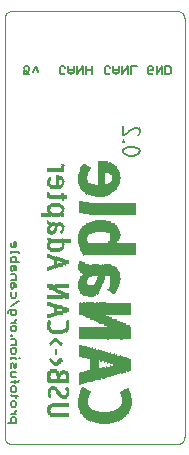
<source format=gbo>
G75*
%MOIN*%
%OFA0B0*%
%FSLAX25Y25*%
%IPPOS*%
%LPD*%
%AMOC8*
5,1,8,0,0,1.08239X$1,22.5*
%
%ADD10C,0.00000*%
%ADD11C,0.00500*%
%ADD12R,0.00286X0.01140*%
%ADD13R,0.00285X0.01140*%
%ADD14R,0.00286X0.02280*%
%ADD15R,0.00286X0.03140*%
%ADD16R,0.00286X0.02570*%
%ADD17R,0.00286X0.01430*%
%ADD18R,0.00286X0.01420*%
%ADD19R,0.00286X0.01710*%
%ADD20R,0.00286X0.00860*%
%ADD21R,0.00286X0.02000*%
%ADD22R,0.00286X0.02860*%
%ADD23R,0.00286X0.03720*%
%ADD24R,0.00286X0.03430*%
%ADD25R,0.00286X0.02570*%
%ADD26R,0.00286X0.01150*%
%ADD27R,0.00286X0.03710*%
%ADD28R,0.00286X0.02290*%
%ADD29R,0.00285X0.03430*%
%ADD30R,0.00285X0.04000*%
%ADD31R,0.00285X0.00290*%
%ADD32R,0.00285X0.00280*%
%ADD33R,0.00285X0.03720*%
%ADD34R,0.00285X0.01430*%
%ADD35R,0.00285X0.01720*%
%ADD36R,0.00285X0.04290*%
%ADD37R,0.00285X0.02000*%
%ADD38R,0.00286X0.01720*%
%ADD39R,0.00286X0.00580*%
%ADD40R,0.00286X0.00280*%
%ADD41R,0.00286X0.01140*%
%ADD42R,0.00286X0.00570*%
%ADD43R,0.00285X0.01420*%
%ADD44R,0.00285X0.01150*%
%ADD45R,0.00286X0.04000*%
%ADD46R,0.00286X0.04290*%
%ADD47R,0.00285X0.02290*%
%ADD48R,0.00285X0.02570*%
%ADD49R,0.00285X0.01140*%
%ADD50R,0.00286X0.04570*%
%ADD51R,0.00285X0.02280*%
%ADD52R,0.00285X0.01710*%
%ADD53R,0.00285X0.04570*%
%ADD54R,0.00286X0.01720*%
%ADD55R,0.00286X0.02850*%
%ADD56R,0.00285X0.03140*%
%ADD57R,0.00285X0.02860*%
%ADD58R,0.00286X0.00570*%
%ADD59R,0.00286X0.00850*%
%ADD60R,0.00286X0.03420*%
%ADD61R,0.00285X0.05430*%
%ADD62R,0.00285X0.03710*%
%ADD63R,0.00285X0.05140*%
%ADD64R,0.00285X0.04860*%
%ADD65R,0.00286X0.06850*%
%ADD66R,0.00286X0.05140*%
%ADD67R,0.00286X0.06570*%
%ADD68R,0.00286X0.06280*%
%ADD69R,0.00286X0.08000*%
%ADD70R,0.00286X0.05710*%
%ADD71R,0.00286X0.07430*%
%ADD72R,0.00286X0.07150*%
%ADD73R,0.00285X0.08860*%
%ADD74R,0.00285X0.06290*%
%ADD75R,0.00285X0.08000*%
%ADD76R,0.00285X0.07710*%
%ADD77R,0.00286X0.09430*%
%ADD78R,0.00286X0.04280*%
%ADD79R,0.00286X0.09150*%
%ADD80R,0.00286X0.08570*%
%ADD81R,0.00286X0.09710*%
%ADD82R,0.00286X0.04570*%
%ADD83R,0.00286X0.11150*%
%ADD84R,0.00286X0.09720*%
%ADD85R,0.00286X0.03720*%
%ADD86R,0.00286X0.09140*%
%ADD87R,0.00286X0.10000*%
%ADD88R,0.00285X0.10000*%
%ADD89R,0.00285X0.04280*%
%ADD90R,0.00285X0.10570*%
%ADD91R,0.00285X0.10290*%
%ADD92R,0.00285X0.09720*%
%ADD93R,0.00286X0.04860*%
%ADD94R,0.00286X0.10570*%
%ADD95R,0.00285X0.03150*%
%ADD96R,0.00286X0.05430*%
%ADD97R,0.00286X0.04580*%
%ADD98R,0.00286X0.11430*%
%ADD99R,0.00286X0.05720*%
%ADD100R,0.00285X0.11430*%
%ADD101R,0.00285X0.05720*%
%ADD102R,0.00286X0.06000*%
%ADD103R,0.00285X0.10860*%
%ADD104R,0.00285X0.06000*%
%ADD105R,0.00286X0.10860*%
%ADD106R,0.00286X0.06290*%
%ADD107R,0.00286X0.10280*%
%ADD108R,0.00286X0.06570*%
%ADD109R,0.00285X0.10280*%
%ADD110R,0.00285X0.06570*%
%ADD111R,0.00285X0.05710*%
%ADD112R,0.00286X0.06860*%
%ADD113R,0.00286X0.11720*%
%ADD114R,0.00285X0.07140*%
%ADD115R,0.00285X0.11720*%
%ADD116R,0.00286X0.07140*%
%ADD117R,0.00285X0.07430*%
%ADD118R,0.00286X0.07720*%
%ADD119R,0.00285X0.03420*%
%ADD120R,0.00286X0.07720*%
%ADD121R,0.00286X0.05150*%
%ADD122R,0.00285X0.07150*%
%ADD123R,0.00285X0.09430*%
%ADD124R,0.00286X0.09420*%
%ADD125R,0.00286X0.08850*%
%ADD126R,0.00285X0.06860*%
%ADD127R,0.00285X0.06570*%
%ADD128R,0.00285X0.08290*%
%ADD129R,0.00286X0.07710*%
%ADD130R,0.00285X0.06280*%
%ADD131R,0.00286X0.05720*%
%ADD132R,0.00285X0.05720*%
%ADD133R,0.00285X0.09140*%
%ADD134R,0.00285X0.03140*%
%ADD135R,0.00286X0.09140*%
%ADD136R,0.00286X0.08860*%
%ADD137R,0.00286X0.04850*%
%ADD138R,0.00285X0.00570*%
%ADD139R,0.00285X0.00570*%
%ADD140R,0.00285X0.00860*%
%ADD141R,0.00286X0.08570*%
%ADD142R,0.00285X0.00850*%
%ADD143R,0.00285X0.02570*%
D10*
X0032595Y0027058D02*
X0032595Y0166433D01*
X0032597Y0166531D01*
X0032603Y0166629D01*
X0032612Y0166727D01*
X0032626Y0166824D01*
X0032643Y0166921D01*
X0032664Y0167017D01*
X0032689Y0167112D01*
X0032717Y0167206D01*
X0032750Y0167298D01*
X0032785Y0167390D01*
X0032825Y0167480D01*
X0032867Y0167568D01*
X0032914Y0167655D01*
X0032963Y0167739D01*
X0033016Y0167822D01*
X0033072Y0167902D01*
X0033132Y0167981D01*
X0033194Y0168057D01*
X0033259Y0168130D01*
X0033327Y0168201D01*
X0033398Y0168269D01*
X0033471Y0168334D01*
X0033547Y0168396D01*
X0033626Y0168456D01*
X0033706Y0168512D01*
X0033789Y0168565D01*
X0033873Y0168614D01*
X0033960Y0168661D01*
X0034048Y0168703D01*
X0034138Y0168743D01*
X0034230Y0168778D01*
X0034322Y0168811D01*
X0034416Y0168839D01*
X0034511Y0168864D01*
X0034607Y0168885D01*
X0034704Y0168902D01*
X0034801Y0168916D01*
X0034899Y0168925D01*
X0034997Y0168931D01*
X0035095Y0168933D01*
X0090095Y0168933D01*
X0090193Y0168931D01*
X0090291Y0168925D01*
X0090389Y0168916D01*
X0090486Y0168902D01*
X0090583Y0168885D01*
X0090679Y0168864D01*
X0090774Y0168839D01*
X0090868Y0168811D01*
X0090960Y0168778D01*
X0091052Y0168743D01*
X0091142Y0168703D01*
X0091230Y0168661D01*
X0091317Y0168614D01*
X0091401Y0168565D01*
X0091484Y0168512D01*
X0091564Y0168456D01*
X0091643Y0168396D01*
X0091719Y0168334D01*
X0091792Y0168269D01*
X0091863Y0168201D01*
X0091931Y0168130D01*
X0091996Y0168057D01*
X0092058Y0167981D01*
X0092118Y0167902D01*
X0092174Y0167822D01*
X0092227Y0167739D01*
X0092276Y0167655D01*
X0092323Y0167568D01*
X0092365Y0167480D01*
X0092405Y0167390D01*
X0092440Y0167298D01*
X0092473Y0167206D01*
X0092501Y0167112D01*
X0092526Y0167017D01*
X0092547Y0166921D01*
X0092564Y0166824D01*
X0092578Y0166727D01*
X0092587Y0166629D01*
X0092593Y0166531D01*
X0092595Y0166433D01*
X0092595Y0027058D01*
X0092593Y0026960D01*
X0092587Y0026862D01*
X0092578Y0026764D01*
X0092564Y0026667D01*
X0092547Y0026570D01*
X0092526Y0026474D01*
X0092501Y0026379D01*
X0092473Y0026285D01*
X0092440Y0026193D01*
X0092405Y0026101D01*
X0092365Y0026011D01*
X0092323Y0025923D01*
X0092276Y0025836D01*
X0092227Y0025752D01*
X0092174Y0025669D01*
X0092118Y0025589D01*
X0092058Y0025510D01*
X0091996Y0025434D01*
X0091931Y0025361D01*
X0091863Y0025290D01*
X0091792Y0025222D01*
X0091719Y0025157D01*
X0091643Y0025095D01*
X0091564Y0025035D01*
X0091484Y0024979D01*
X0091401Y0024926D01*
X0091317Y0024877D01*
X0091230Y0024830D01*
X0091142Y0024788D01*
X0091052Y0024748D01*
X0090960Y0024713D01*
X0090868Y0024680D01*
X0090774Y0024652D01*
X0090679Y0024627D01*
X0090583Y0024606D01*
X0090486Y0024589D01*
X0090389Y0024575D01*
X0090291Y0024566D01*
X0090193Y0024560D01*
X0090095Y0024558D01*
X0035095Y0024558D01*
X0034997Y0024560D01*
X0034899Y0024566D01*
X0034801Y0024575D01*
X0034704Y0024589D01*
X0034607Y0024606D01*
X0034511Y0024627D01*
X0034416Y0024652D01*
X0034322Y0024680D01*
X0034230Y0024713D01*
X0034138Y0024748D01*
X0034048Y0024788D01*
X0033960Y0024830D01*
X0033873Y0024877D01*
X0033789Y0024926D01*
X0033706Y0024979D01*
X0033626Y0025035D01*
X0033547Y0025095D01*
X0033471Y0025157D01*
X0033398Y0025222D01*
X0033327Y0025290D01*
X0033259Y0025361D01*
X0033194Y0025434D01*
X0033132Y0025510D01*
X0033072Y0025589D01*
X0033016Y0025669D01*
X0032963Y0025752D01*
X0032914Y0025836D01*
X0032867Y0025923D01*
X0032825Y0026011D01*
X0032785Y0026101D01*
X0032750Y0026193D01*
X0032717Y0026285D01*
X0032689Y0026379D01*
X0032664Y0026474D01*
X0032643Y0026570D01*
X0032626Y0026667D01*
X0032612Y0026764D01*
X0032603Y0026862D01*
X0032597Y0026960D01*
X0032595Y0027058D01*
D11*
X0033819Y0031683D02*
X0036522Y0031683D01*
X0036522Y0033034D01*
X0036071Y0033485D01*
X0035171Y0033485D01*
X0034720Y0033034D01*
X0034720Y0031683D01*
X0034720Y0034630D02*
X0036522Y0034630D01*
X0036522Y0035530D02*
X0036522Y0035981D01*
X0036522Y0035530D02*
X0035621Y0034630D01*
X0036071Y0037085D02*
X0035171Y0037085D01*
X0034720Y0037535D01*
X0034720Y0038436D01*
X0035171Y0038887D01*
X0036071Y0038887D01*
X0036522Y0038436D01*
X0036522Y0037535D01*
X0036071Y0037085D01*
X0036522Y0040032D02*
X0036522Y0040932D01*
X0036972Y0040482D02*
X0035171Y0040482D01*
X0034720Y0040932D01*
X0035171Y0041996D02*
X0034720Y0042446D01*
X0034720Y0043347D01*
X0035171Y0043797D01*
X0036071Y0043797D01*
X0036522Y0043347D01*
X0036522Y0042446D01*
X0036071Y0041996D01*
X0035171Y0041996D01*
X0036071Y0044942D02*
X0036071Y0045843D01*
X0036972Y0045393D02*
X0034720Y0045393D01*
X0035171Y0046907D02*
X0034720Y0047357D01*
X0034720Y0048708D01*
X0036522Y0048708D01*
X0036071Y0049853D02*
X0035621Y0050304D01*
X0035621Y0051204D01*
X0035171Y0051655D01*
X0034720Y0051204D01*
X0034720Y0049853D01*
X0036071Y0049853D02*
X0036522Y0050304D01*
X0036522Y0051655D01*
X0036522Y0052800D02*
X0036522Y0053250D01*
X0034720Y0053250D01*
X0034720Y0052800D02*
X0034720Y0053701D01*
X0035171Y0054764D02*
X0034720Y0055215D01*
X0034720Y0056115D01*
X0035171Y0056566D01*
X0036071Y0056566D01*
X0036522Y0056115D01*
X0036522Y0055215D01*
X0036071Y0054764D01*
X0035171Y0054764D01*
X0034720Y0057711D02*
X0036522Y0057711D01*
X0036522Y0059062D01*
X0036071Y0059512D01*
X0034720Y0059512D01*
X0034720Y0060657D02*
X0034720Y0061108D01*
X0035171Y0061108D01*
X0035171Y0060657D01*
X0034720Y0060657D01*
X0035171Y0062130D02*
X0034720Y0062581D01*
X0034720Y0063482D01*
X0035171Y0063932D01*
X0036071Y0063932D01*
X0036522Y0063482D01*
X0036522Y0062581D01*
X0036071Y0062130D01*
X0035171Y0062130D01*
X0035621Y0065077D02*
X0036522Y0065978D01*
X0036522Y0066428D01*
X0036071Y0067532D02*
X0035171Y0067532D01*
X0034720Y0067983D01*
X0034720Y0069334D01*
X0034270Y0069334D02*
X0036522Y0069334D01*
X0036522Y0067983D01*
X0036071Y0067532D01*
X0033819Y0068433D02*
X0033819Y0068884D01*
X0034270Y0069334D01*
X0034720Y0070479D02*
X0037422Y0072280D01*
X0036071Y0073425D02*
X0036522Y0073876D01*
X0036522Y0075227D01*
X0036522Y0076822D02*
X0036522Y0077723D01*
X0036071Y0078173D01*
X0034720Y0078173D01*
X0034720Y0076822D01*
X0035171Y0076372D01*
X0035621Y0076822D01*
X0035621Y0078173D01*
X0034720Y0079318D02*
X0036522Y0079318D01*
X0036522Y0080670D01*
X0036071Y0081120D01*
X0034720Y0081120D01*
X0035171Y0082265D02*
X0034720Y0082715D01*
X0034720Y0084066D01*
X0036071Y0084066D01*
X0036522Y0083616D01*
X0036522Y0082715D01*
X0035621Y0082715D02*
X0035621Y0084066D01*
X0035621Y0082715D02*
X0035171Y0082265D01*
X0034720Y0085211D02*
X0034720Y0086563D01*
X0035171Y0087013D01*
X0036071Y0087013D01*
X0036522Y0086563D01*
X0036522Y0085211D01*
X0037422Y0085211D02*
X0034720Y0085211D01*
X0034720Y0088158D02*
X0034720Y0089059D01*
X0034720Y0088608D02*
X0037422Y0088608D01*
X0037422Y0088158D01*
X0036071Y0090122D02*
X0036522Y0090573D01*
X0036522Y0091473D01*
X0036071Y0091924D01*
X0035621Y0091924D01*
X0035621Y0090122D01*
X0035171Y0090122D02*
X0036071Y0090122D01*
X0035171Y0090122D02*
X0034720Y0090573D01*
X0034720Y0091473D01*
X0034720Y0075227D02*
X0034720Y0073876D01*
X0035171Y0073425D01*
X0036071Y0073425D01*
X0036522Y0065077D02*
X0034720Y0065077D01*
X0037422Y0053250D02*
X0037873Y0053250D01*
X0036522Y0046907D02*
X0035171Y0046907D01*
X0036972Y0045393D02*
X0037422Y0045843D01*
X0039095Y0147856D02*
X0039095Y0149207D01*
X0039996Y0148757D01*
X0040446Y0148757D01*
X0040897Y0149207D01*
X0040897Y0150108D01*
X0040446Y0150558D01*
X0039546Y0150558D01*
X0039095Y0150108D01*
X0039095Y0147856D02*
X0040897Y0147856D01*
X0042042Y0148757D02*
X0042942Y0150558D01*
X0043843Y0148757D01*
X0050970Y0148306D02*
X0050970Y0150108D01*
X0051421Y0150558D01*
X0052321Y0150558D01*
X0052772Y0150108D01*
X0053917Y0150558D02*
X0053917Y0148757D01*
X0054817Y0147856D01*
X0055718Y0148757D01*
X0055718Y0150558D01*
X0056863Y0150558D02*
X0056863Y0147856D01*
X0058665Y0150558D01*
X0058665Y0147856D01*
X0059810Y0147856D02*
X0059810Y0150558D01*
X0059810Y0149207D02*
X0061611Y0149207D01*
X0061611Y0147856D02*
X0061611Y0150558D01*
X0065970Y0150108D02*
X0065970Y0148306D01*
X0066421Y0147856D01*
X0067321Y0147856D01*
X0067772Y0148306D01*
X0068917Y0148757D02*
X0069817Y0147856D01*
X0070718Y0148757D01*
X0070718Y0150558D01*
X0071863Y0150558D02*
X0071863Y0147856D01*
X0073665Y0150558D01*
X0073665Y0147856D01*
X0074810Y0147856D02*
X0074810Y0150558D01*
X0076611Y0150558D01*
X0080345Y0150108D02*
X0080345Y0148306D01*
X0080796Y0147856D01*
X0081696Y0147856D01*
X0082147Y0148306D01*
X0082147Y0149207D02*
X0081246Y0149207D01*
X0082147Y0149207D02*
X0082147Y0150108D01*
X0081696Y0150558D01*
X0080796Y0150558D01*
X0080345Y0150108D01*
X0083292Y0150558D02*
X0083292Y0147856D01*
X0085093Y0150558D01*
X0085093Y0147856D01*
X0086238Y0147856D02*
X0087589Y0147856D01*
X0088040Y0148306D01*
X0088040Y0150108D01*
X0087589Y0150558D01*
X0086238Y0150558D01*
X0086238Y0147856D01*
X0070718Y0149207D02*
X0068917Y0149207D01*
X0068917Y0148757D02*
X0068917Y0150558D01*
X0067772Y0150108D02*
X0067321Y0150558D01*
X0066421Y0150558D01*
X0065970Y0150108D01*
X0055718Y0149207D02*
X0053917Y0149207D01*
X0052772Y0148306D02*
X0052321Y0147856D01*
X0051421Y0147856D01*
X0050970Y0148306D01*
D12*
X0051095Y0115863D03*
X0050809Y0115863D03*
X0050238Y0115863D03*
X0049952Y0115863D03*
X0049381Y0115863D03*
X0049095Y0115863D03*
X0048809Y0115863D03*
X0048238Y0115863D03*
X0047952Y0115863D03*
X0047381Y0115863D03*
X0047095Y0115863D03*
X0047952Y0113003D03*
X0051095Y0113293D03*
X0051381Y0113293D03*
X0051381Y0107003D03*
X0051095Y0107003D03*
X0050809Y0107003D03*
X0050238Y0107003D03*
X0049952Y0107003D03*
X0049381Y0107003D03*
X0049095Y0107003D03*
X0048809Y0107003D03*
X0048238Y0107003D03*
X0047952Y0107003D03*
X0047095Y0101003D03*
X0046809Y0101003D03*
X0046238Y0101003D03*
X0045952Y0101003D03*
X0045381Y0101003D03*
X0045095Y0101003D03*
X0048809Y0101003D03*
X0049095Y0101003D03*
X0049381Y0101003D03*
X0049952Y0101003D03*
X0050238Y0101003D03*
X0050809Y0101003D03*
X0051095Y0101003D03*
X0051095Y0097863D03*
X0050809Y0097863D03*
X0051381Y0097863D03*
X0049381Y0097863D03*
X0049095Y0097863D03*
X0048809Y0097863D03*
X0048809Y0095003D03*
X0048238Y0095003D03*
X0048809Y0089293D03*
X0049095Y0089293D03*
X0049381Y0089293D03*
X0049952Y0089293D03*
X0050238Y0089293D03*
X0050809Y0089293D03*
X0051381Y0089573D03*
X0051381Y0085863D03*
X0051952Y0085863D03*
X0048809Y0083573D03*
X0048238Y0083293D03*
X0047952Y0083293D03*
X0047381Y0083003D03*
X0047095Y0083003D03*
X0047952Y0087003D03*
X0047095Y0087293D03*
X0051095Y0075293D03*
X0051381Y0075293D03*
X0054238Y0073863D03*
X0051952Y0069863D03*
X0053952Y0069293D03*
X0054238Y0069293D03*
X0051381Y0061863D03*
X0051095Y0061863D03*
X0050809Y0061863D03*
X0050238Y0061863D03*
X0049952Y0061863D03*
X0049381Y0061863D03*
X0047952Y0065003D03*
X0048238Y0071003D03*
X0047381Y0071293D03*
X0048809Y0049003D03*
X0049095Y0049003D03*
X0049381Y0049003D03*
X0048238Y0043003D03*
X0048809Y0037573D03*
X0049095Y0037573D03*
X0049381Y0037573D03*
X0054238Y0037573D03*
X0061095Y0041573D03*
X0053381Y0107003D03*
X0053095Y0107003D03*
X0052809Y0107003D03*
X0077381Y0121573D03*
D13*
X0072524Y0125573D03*
X0052524Y0115863D03*
X0050524Y0115863D03*
X0049667Y0115863D03*
X0048524Y0115863D03*
X0047667Y0115863D03*
X0048524Y0107003D03*
X0049667Y0107003D03*
X0050524Y0107003D03*
X0050524Y0101003D03*
X0049667Y0101003D03*
X0052524Y0101003D03*
X0048524Y0095003D03*
X0049667Y0089293D03*
X0050524Y0089293D03*
X0051667Y0085863D03*
X0050524Y0075573D03*
X0048524Y0071003D03*
X0047667Y0071293D03*
X0048524Y0067573D03*
X0047667Y0067293D03*
X0049667Y0061863D03*
X0050524Y0061863D03*
X0051667Y0061863D03*
X0051667Y0057863D03*
X0049667Y0049003D03*
X0049667Y0037573D03*
X0046524Y0101003D03*
X0045667Y0101003D03*
D14*
X0052238Y0085003D03*
X0067952Y0076433D03*
X0047095Y0035863D03*
D15*
X0047381Y0036003D03*
X0047095Y0046863D03*
X0057381Y0112863D03*
X0072238Y0128863D03*
D16*
X0047381Y0096008D03*
X0057381Y0077718D03*
X0047095Y0064008D03*
X0060809Y0041148D03*
D17*
X0053952Y0037718D03*
X0053381Y0037718D03*
X0053095Y0037718D03*
X0052809Y0037718D03*
X0052238Y0037718D03*
X0051952Y0037718D03*
X0051381Y0037718D03*
X0051095Y0037718D03*
X0050809Y0037718D03*
X0050238Y0037718D03*
X0049952Y0037718D03*
X0052238Y0040288D03*
X0052809Y0040288D03*
X0053381Y0042858D03*
X0053095Y0045718D03*
X0052809Y0045718D03*
X0052238Y0045718D03*
X0051952Y0045718D03*
X0051381Y0045718D03*
X0050238Y0045718D03*
X0049952Y0045718D03*
X0049381Y0045718D03*
X0049095Y0045718D03*
X0048809Y0045718D03*
X0048238Y0045718D03*
X0048809Y0043148D03*
X0049095Y0043148D03*
X0049381Y0043148D03*
X0049952Y0048858D03*
X0049952Y0051148D03*
X0049095Y0051718D03*
X0048809Y0052008D03*
X0048238Y0052578D03*
X0048238Y0058008D03*
X0048809Y0058578D03*
X0049095Y0058858D03*
X0049381Y0059148D03*
X0050238Y0059148D03*
X0050809Y0058578D03*
X0051095Y0058288D03*
X0051381Y0058008D03*
X0051952Y0062008D03*
X0052238Y0062008D03*
X0052809Y0062288D03*
X0053095Y0062578D03*
X0049095Y0062008D03*
X0048809Y0062008D03*
X0048238Y0062288D03*
X0047381Y0067148D03*
X0047095Y0067148D03*
X0048809Y0067718D03*
X0049095Y0067718D03*
X0049095Y0070578D03*
X0048809Y0070858D03*
X0047952Y0071148D03*
X0047952Y0073718D03*
X0048238Y0073718D03*
X0048809Y0073718D03*
X0049095Y0073718D03*
X0049381Y0073718D03*
X0049952Y0073718D03*
X0050238Y0073718D03*
X0050809Y0073718D03*
X0051095Y0073718D03*
X0051381Y0073718D03*
X0051381Y0077148D03*
X0051095Y0077148D03*
X0050809Y0077148D03*
X0051952Y0077148D03*
X0052238Y0077148D03*
X0052809Y0077148D03*
X0053095Y0077148D03*
X0053381Y0077148D03*
X0053952Y0077148D03*
X0050809Y0070288D03*
X0047381Y0073718D03*
X0047095Y0073718D03*
X0047095Y0077148D03*
X0047381Y0077148D03*
X0049095Y0083718D03*
X0050238Y0084008D03*
X0050238Y0086288D03*
X0049095Y0086578D03*
X0048238Y0086858D03*
X0047381Y0087148D03*
X0047952Y0089718D03*
X0048238Y0092288D03*
X0047952Y0095148D03*
X0048238Y0097718D03*
X0047381Y0098288D03*
X0047095Y0098578D03*
X0048238Y0101148D03*
X0047952Y0103718D03*
X0048238Y0104008D03*
X0049381Y0104288D03*
X0049952Y0104288D03*
X0050238Y0104288D03*
X0051381Y0104008D03*
X0051381Y0101148D03*
X0051095Y0110288D03*
X0047952Y0110578D03*
X0051381Y0116008D03*
X0053381Y0085148D03*
X0053952Y0085148D03*
X0052809Y0048578D03*
X0053095Y0048288D03*
X0052238Y0048578D03*
X0048238Y0034578D03*
X0048809Y0034288D03*
X0077952Y0128858D03*
D18*
X0051095Y0089433D03*
X0048238Y0089433D03*
X0049095Y0095433D03*
X0050809Y0075433D03*
X0047095Y0071433D03*
X0047952Y0067433D03*
X0048238Y0067433D03*
X0049952Y0059433D03*
X0050238Y0051433D03*
X0049381Y0051433D03*
X0048238Y0037433D03*
D19*
X0047952Y0034718D03*
X0053381Y0040718D03*
X0047952Y0042718D03*
X0048238Y0048718D03*
X0051095Y0052148D03*
X0047952Y0062718D03*
X0053095Y0069288D03*
X0053381Y0069288D03*
X0047095Y0090718D03*
X0047952Y0097578D03*
X0047952Y0101288D03*
D20*
X0047095Y0092863D03*
X0067381Y0076003D03*
X0071381Y0094293D03*
X0071381Y0113433D03*
X0072809Y0121433D03*
X0076238Y0120863D03*
X0077952Y0122293D03*
X0077381Y0122863D03*
X0073952Y0128573D03*
X0074238Y0128863D03*
X0075095Y0129433D03*
X0075952Y0130003D03*
X0076238Y0130003D03*
X0076809Y0130003D03*
X0077095Y0130003D03*
X0073381Y0128003D03*
X0073095Y0128003D03*
X0072809Y0125433D03*
X0072238Y0125433D03*
X0047952Y0058003D03*
X0047952Y0052573D03*
D21*
X0047952Y0048293D03*
X0050238Y0048293D03*
X0049952Y0042573D03*
X0050238Y0042293D03*
X0051095Y0041143D03*
X0051381Y0040863D03*
X0054238Y0041723D03*
X0052809Y0069143D03*
X0053095Y0074003D03*
X0053381Y0074003D03*
X0048809Y0076863D03*
X0052809Y0085143D03*
X0057381Y0083723D03*
X0049381Y0095723D03*
X0050238Y0097433D03*
X0047095Y0096003D03*
X0047952Y0092293D03*
X0047095Y0102863D03*
X0047095Y0107723D03*
X0047095Y0111723D03*
X0060809Y0116293D03*
D22*
X0052238Y0111863D03*
X0052238Y0107003D03*
X0051952Y0107003D03*
X0047381Y0111863D03*
X0049952Y0097003D03*
X0050238Y0076433D03*
X0071095Y0094433D03*
X0053952Y0041863D03*
X0047381Y0041573D03*
D23*
X0047381Y0046863D03*
X0050809Y0046863D03*
X0064809Y0048003D03*
X0067952Y0048863D03*
X0065095Y0054003D03*
X0064809Y0054003D03*
X0062809Y0076003D03*
X0066809Y0116863D03*
X0067095Y0116863D03*
D24*
X0067381Y0116718D03*
X0057381Y0093008D03*
X0051952Y0096718D03*
X0051952Y0111858D03*
X0053952Y0064148D03*
X0047381Y0064148D03*
X0051095Y0046718D03*
X0053952Y0046718D03*
X0065095Y0048148D03*
X0067095Y0048718D03*
X0067381Y0048718D03*
X0068238Y0049008D03*
X0068809Y0049008D03*
X0068809Y0053008D03*
X0069095Y0053008D03*
X0067952Y0053288D03*
X0067381Y0053288D03*
X0066809Y0053578D03*
X0065381Y0053858D03*
X0066809Y0065578D03*
D25*
X0054238Y0046288D03*
X0052238Y0074288D03*
X0051952Y0074288D03*
X0049952Y0076578D03*
X0047381Y0090578D03*
X0051952Y0116578D03*
D26*
X0049381Y0110148D03*
X0049095Y0110148D03*
X0048809Y0110148D03*
X0048809Y0104148D03*
X0049095Y0104148D03*
X0050809Y0104148D03*
X0051095Y0104148D03*
X0047381Y0092718D03*
X0048809Y0086718D03*
X0050809Y0086148D03*
X0051095Y0086148D03*
X0051095Y0084148D03*
X0050809Y0084148D03*
X0051381Y0084148D03*
X0051381Y0070148D03*
X0051095Y0070148D03*
X0050809Y0068148D03*
X0050238Y0068148D03*
X0047952Y0040718D03*
X0049095Y0034148D03*
X0049381Y0034148D03*
X0049952Y0034148D03*
X0050238Y0034148D03*
X0050809Y0034148D03*
X0051095Y0034148D03*
X0051381Y0034148D03*
X0051952Y0034148D03*
X0052238Y0034148D03*
X0052809Y0034148D03*
X0053095Y0034148D03*
X0053381Y0034148D03*
X0053952Y0034148D03*
X0054238Y0034148D03*
X0072238Y0122148D03*
D27*
X0067952Y0116578D03*
X0068238Y0116288D03*
X0062809Y0109148D03*
X0062238Y0109148D03*
X0060809Y0103148D03*
X0057952Y0103718D03*
X0052238Y0102288D03*
X0047381Y0102288D03*
X0051952Y0091148D03*
X0052238Y0091148D03*
X0049952Y0085148D03*
X0057952Y0083718D03*
X0061952Y0082578D03*
X0062238Y0082578D03*
X0062809Y0082578D03*
X0063095Y0082578D03*
X0063381Y0082578D03*
X0066809Y0082578D03*
X0067095Y0082578D03*
X0067381Y0082578D03*
X0068238Y0077148D03*
X0062238Y0075718D03*
X0061952Y0075718D03*
X0061381Y0075718D03*
X0061095Y0075718D03*
X0060809Y0075718D03*
X0053381Y0063718D03*
X0049952Y0069148D03*
X0065952Y0053718D03*
X0066238Y0053718D03*
X0068238Y0053148D03*
X0069095Y0049148D03*
X0066809Y0048578D03*
X0065952Y0048288D03*
X0065381Y0048288D03*
X0074809Y0069718D03*
X0063095Y0097148D03*
D28*
X0049381Y0076718D03*
X0049095Y0076718D03*
X0052809Y0074148D03*
X0052238Y0069288D03*
X0054238Y0064148D03*
X0050238Y0055288D03*
X0049952Y0055288D03*
X0050809Y0041578D03*
X0047381Y0107578D03*
D29*
X0047667Y0111858D03*
X0049667Y0096718D03*
X0057667Y0083858D03*
X0064524Y0054148D03*
X0065667Y0053858D03*
X0066524Y0053578D03*
X0067667Y0053288D03*
X0068524Y0053008D03*
X0068524Y0049008D03*
X0067667Y0048718D03*
X0053667Y0041858D03*
X0047667Y0041578D03*
X0047667Y0035858D03*
D30*
X0047667Y0047003D03*
X0050524Y0047003D03*
X0058524Y0055573D03*
X0059667Y0055293D03*
X0060524Y0055003D03*
X0060524Y0061573D03*
X0059667Y0061573D03*
X0058524Y0061573D03*
X0057667Y0061573D03*
X0061667Y0061573D03*
X0062524Y0061573D03*
X0063667Y0061573D03*
X0064524Y0061573D03*
X0065667Y0061573D03*
X0066524Y0061573D03*
X0074524Y0051003D03*
X0066524Y0033293D03*
X0065667Y0033293D03*
X0063667Y0033573D03*
X0062524Y0033863D03*
X0049667Y0069293D03*
X0058524Y0083573D03*
X0061667Y0082433D03*
X0060524Y0075863D03*
X0061667Y0089573D03*
X0062524Y0089573D03*
X0063667Y0089573D03*
X0064524Y0089573D03*
X0065667Y0089573D03*
X0066524Y0089573D03*
X0070524Y0089573D03*
X0071667Y0089573D03*
X0072524Y0089573D03*
X0073667Y0089573D03*
X0074524Y0089573D03*
X0075667Y0089573D03*
X0076524Y0089573D03*
X0076524Y0103003D03*
X0075667Y0103003D03*
X0074524Y0103003D03*
X0073667Y0103003D03*
X0072524Y0103003D03*
X0071667Y0103003D03*
X0070524Y0103003D03*
X0069667Y0103003D03*
X0068524Y0103003D03*
X0067667Y0103003D03*
X0066524Y0103003D03*
X0065667Y0103003D03*
X0064524Y0103003D03*
X0063667Y0103003D03*
X0062524Y0103003D03*
X0061667Y0103003D03*
X0059667Y0103293D03*
X0058524Y0103573D03*
X0061667Y0109293D03*
X0063667Y0109003D03*
X0066524Y0109293D03*
X0067667Y0109573D03*
X0068524Y0116143D03*
X0065667Y0097293D03*
X0064524Y0097293D03*
X0063667Y0097293D03*
X0062524Y0097003D03*
X0061667Y0096723D03*
X0049667Y0085003D03*
X0047667Y0096723D03*
X0047667Y0102433D03*
D31*
X0051667Y0117718D03*
X0047667Y0052578D03*
D32*
X0047667Y0058003D03*
D33*
X0047667Y0064003D03*
X0053667Y0064003D03*
X0053667Y0046863D03*
X0064524Y0048003D03*
X0066524Y0116863D03*
D34*
X0051667Y0113148D03*
X0051667Y0110578D03*
X0048524Y0110288D03*
X0049667Y0104288D03*
X0050524Y0104288D03*
X0051667Y0103718D03*
X0048524Y0101148D03*
X0048524Y0097718D03*
X0050524Y0097718D03*
X0051667Y0097718D03*
X0051667Y0092288D03*
X0051667Y0089718D03*
X0053667Y0085148D03*
X0050524Y0084008D03*
X0048524Y0086858D03*
X0047667Y0087148D03*
X0047667Y0083148D03*
X0050524Y0077148D03*
X0051667Y0077148D03*
X0052524Y0077148D03*
X0053667Y0077148D03*
X0050524Y0073718D03*
X0049667Y0073718D03*
X0048524Y0073718D03*
X0047667Y0073718D03*
X0053667Y0069148D03*
X0052524Y0062288D03*
X0050524Y0058858D03*
X0048524Y0058288D03*
X0048524Y0062288D03*
X0048524Y0052288D03*
X0049667Y0051148D03*
X0048524Y0048858D03*
X0048524Y0045718D03*
X0049667Y0045718D03*
X0048524Y0043148D03*
X0049667Y0042858D03*
X0051667Y0040578D03*
X0052524Y0040288D03*
X0052524Y0037718D03*
X0051667Y0037718D03*
X0050524Y0037718D03*
X0048524Y0034288D03*
X0053667Y0037718D03*
X0052524Y0045718D03*
X0051667Y0045718D03*
X0052524Y0048578D03*
X0051667Y0052578D03*
X0067667Y0076288D03*
X0048524Y0092288D03*
D35*
X0047667Y0077003D03*
X0053667Y0073863D03*
D36*
X0057667Y0077718D03*
X0058524Y0069718D03*
X0067667Y0069718D03*
X0068524Y0069718D03*
X0069667Y0069718D03*
X0070524Y0069718D03*
X0071667Y0069718D03*
X0072524Y0069718D03*
X0073667Y0069718D03*
X0074524Y0069718D03*
X0060524Y0047148D03*
X0058524Y0046578D03*
X0057667Y0046288D03*
X0057667Y0055718D03*
X0061667Y0034288D03*
X0068524Y0033718D03*
X0070524Y0034288D03*
X0047667Y0091148D03*
X0066524Y0097148D03*
X0068524Y0110288D03*
D37*
X0072524Y0122293D03*
X0052524Y0102863D03*
X0047667Y0107433D03*
X0052524Y0085143D03*
X0048524Y0076863D03*
D38*
X0048238Y0077003D03*
X0047952Y0077003D03*
X0053952Y0073863D03*
X0053095Y0085003D03*
X0050809Y0051863D03*
X0051381Y0047863D03*
X0047952Y0045863D03*
X0047952Y0037003D03*
D39*
X0048238Y0040433D03*
X0051952Y0052433D03*
D40*
X0051952Y0058003D03*
X0048238Y0065433D03*
X0052809Y0090863D03*
X0052809Y0096863D03*
X0052809Y0102863D03*
X0052809Y0112003D03*
X0052809Y0117433D03*
X0077095Y0127433D03*
X0067095Y0076003D03*
D41*
X0054809Y0092433D03*
X0054238Y0092433D03*
X0053952Y0092433D03*
X0053381Y0092433D03*
X0053095Y0092433D03*
X0052809Y0092433D03*
X0051381Y0092433D03*
X0051095Y0092433D03*
X0050809Y0092433D03*
X0050238Y0092433D03*
X0049952Y0092433D03*
X0049381Y0092433D03*
X0049095Y0092433D03*
X0048809Y0092433D03*
X0051952Y0084433D03*
X0050238Y0070433D03*
X0051095Y0068433D03*
X0051381Y0068433D03*
X0051952Y0068433D03*
X0051952Y0048433D03*
X0051952Y0040433D03*
X0053095Y0040433D03*
X0051381Y0110433D03*
X0048238Y0110433D03*
X0061095Y0116433D03*
D42*
X0073095Y0123288D03*
X0073381Y0123288D03*
X0073952Y0123578D03*
X0074238Y0123578D03*
X0074809Y0123578D03*
X0075381Y0123578D03*
X0075952Y0123578D03*
X0076238Y0123578D03*
X0076809Y0123288D03*
X0077095Y0121288D03*
X0051381Y0095288D03*
X0048238Y0113288D03*
X0071381Y0041578D03*
D43*
X0049667Y0059433D03*
X0048524Y0037433D03*
X0048524Y0083433D03*
X0048524Y0089433D03*
X0051667Y0095433D03*
X0052524Y0117433D03*
D44*
X0049667Y0110148D03*
X0048524Y0104148D03*
X0050524Y0086148D03*
X0051667Y0070148D03*
X0050524Y0068148D03*
X0050524Y0034148D03*
X0049667Y0034148D03*
X0051667Y0034148D03*
X0052524Y0034148D03*
X0053667Y0034148D03*
D45*
X0062809Y0033863D03*
X0063381Y0033573D03*
X0063952Y0033573D03*
X0064238Y0033573D03*
X0065095Y0033293D03*
X0065381Y0033293D03*
X0065952Y0033293D03*
X0066238Y0033293D03*
X0066809Y0033293D03*
X0067952Y0033573D03*
X0068238Y0033573D03*
X0069381Y0033863D03*
X0061095Y0047293D03*
X0060238Y0047003D03*
X0059952Y0047003D03*
X0059095Y0046723D03*
X0057952Y0046433D03*
X0053381Y0047003D03*
X0059381Y0055293D03*
X0060809Y0055003D03*
X0060809Y0061573D03*
X0061095Y0061573D03*
X0061381Y0061573D03*
X0061952Y0061573D03*
X0062238Y0061573D03*
X0062809Y0061573D03*
X0063095Y0061573D03*
X0063381Y0061573D03*
X0063952Y0061573D03*
X0064238Y0061573D03*
X0064809Y0061573D03*
X0065095Y0061573D03*
X0065381Y0061573D03*
X0065952Y0061573D03*
X0066238Y0061573D03*
X0066809Y0061573D03*
X0060238Y0061573D03*
X0059952Y0061573D03*
X0059381Y0061573D03*
X0059095Y0061573D03*
X0058809Y0061573D03*
X0058238Y0061573D03*
X0057952Y0061573D03*
X0057952Y0069863D03*
X0061381Y0082433D03*
X0058809Y0083293D03*
X0058238Y0083573D03*
X0061095Y0089573D03*
X0061381Y0089573D03*
X0061952Y0089573D03*
X0062238Y0089573D03*
X0062809Y0089573D03*
X0063095Y0089573D03*
X0063381Y0089573D03*
X0063952Y0089573D03*
X0064238Y0089573D03*
X0064809Y0089573D03*
X0065095Y0089573D03*
X0065381Y0089573D03*
X0065952Y0089573D03*
X0066238Y0089573D03*
X0066809Y0089573D03*
X0070238Y0089573D03*
X0070809Y0089573D03*
X0071095Y0089573D03*
X0071381Y0089573D03*
X0071952Y0089573D03*
X0072238Y0089573D03*
X0072809Y0089573D03*
X0073095Y0089573D03*
X0073381Y0089573D03*
X0073952Y0089573D03*
X0074238Y0089573D03*
X0074809Y0089573D03*
X0075095Y0089573D03*
X0075381Y0089573D03*
X0075952Y0089573D03*
X0076238Y0089573D03*
X0070809Y0094433D03*
X0067095Y0097003D03*
X0066809Y0097003D03*
X0066238Y0097293D03*
X0065952Y0097293D03*
X0065381Y0097293D03*
X0065095Y0097293D03*
X0064809Y0097293D03*
X0064238Y0097293D03*
X0063952Y0097293D03*
X0063381Y0097293D03*
X0062809Y0097003D03*
X0062238Y0097003D03*
X0061952Y0097003D03*
X0061381Y0096723D03*
X0061381Y0103003D03*
X0061095Y0103003D03*
X0061952Y0103003D03*
X0062238Y0103003D03*
X0062809Y0103003D03*
X0063095Y0103003D03*
X0063381Y0103003D03*
X0063952Y0103003D03*
X0064238Y0103003D03*
X0064809Y0103003D03*
X0065095Y0103003D03*
X0065381Y0103003D03*
X0065952Y0103003D03*
X0066238Y0103003D03*
X0066809Y0103003D03*
X0067095Y0103003D03*
X0067381Y0103003D03*
X0067952Y0103003D03*
X0068238Y0103003D03*
X0068809Y0103003D03*
X0069095Y0103003D03*
X0069381Y0103003D03*
X0069952Y0103003D03*
X0070238Y0103003D03*
X0070809Y0103003D03*
X0071095Y0103003D03*
X0071381Y0103003D03*
X0071952Y0103003D03*
X0072238Y0103003D03*
X0072809Y0103003D03*
X0073095Y0103003D03*
X0073381Y0103003D03*
X0073952Y0103003D03*
X0074238Y0103003D03*
X0074809Y0103003D03*
X0075095Y0103003D03*
X0075381Y0103003D03*
X0075952Y0103003D03*
X0076238Y0103003D03*
X0071095Y0113293D03*
X0067952Y0109863D03*
X0067381Y0109573D03*
X0066809Y0109293D03*
X0063952Y0109003D03*
X0063381Y0109003D03*
X0063095Y0109003D03*
X0061952Y0109293D03*
X0061381Y0109573D03*
X0061095Y0109573D03*
X0060238Y0103293D03*
X0059952Y0103293D03*
X0059381Y0103293D03*
X0058809Y0103573D03*
X0058238Y0103573D03*
X0051952Y0102433D03*
X0071095Y0079863D03*
X0074809Y0051003D03*
X0049381Y0069293D03*
D46*
X0058238Y0069718D03*
X0058809Y0069718D03*
X0061095Y0082288D03*
X0060809Y0089718D03*
X0060809Y0096288D03*
X0061095Y0096578D03*
X0067095Y0089718D03*
X0067952Y0082288D03*
X0067952Y0069718D03*
X0068238Y0069718D03*
X0068809Y0069718D03*
X0069095Y0069718D03*
X0069381Y0069718D03*
X0069952Y0069718D03*
X0070238Y0069718D03*
X0070809Y0069718D03*
X0071095Y0069718D03*
X0071381Y0069718D03*
X0071952Y0069718D03*
X0072238Y0069718D03*
X0072809Y0069718D03*
X0073095Y0069718D03*
X0073381Y0069718D03*
X0073952Y0069718D03*
X0074238Y0069718D03*
X0074809Y0061718D03*
X0074238Y0051148D03*
X0070238Y0034288D03*
X0069095Y0033718D03*
X0068809Y0033718D03*
X0063095Y0033718D03*
X0058809Y0046578D03*
X0058238Y0046578D03*
X0060809Y0047148D03*
X0060238Y0055148D03*
X0059952Y0055148D03*
X0058238Y0055718D03*
X0057952Y0055718D03*
X0066809Y0069718D03*
X0067095Y0069718D03*
X0067381Y0069718D03*
X0049381Y0085148D03*
X0060809Y0109718D03*
X0049952Y0111718D03*
D47*
X0051667Y0107288D03*
X0052524Y0096718D03*
X0052524Y0074148D03*
X0052524Y0069288D03*
X0049667Y0055288D03*
D48*
X0051667Y0074288D03*
X0049667Y0076578D03*
D49*
X0050524Y0070433D03*
X0051667Y0068433D03*
X0051667Y0084433D03*
X0050524Y0092433D03*
X0049667Y0092433D03*
X0053667Y0092433D03*
X0054524Y0092433D03*
X0051667Y0048433D03*
D50*
X0061095Y0034718D03*
X0071095Y0034718D03*
X0073952Y0051008D03*
X0074238Y0061858D03*
X0066238Y0082148D03*
X0060809Y0082148D03*
X0067381Y0089858D03*
X0050809Y0111858D03*
X0050238Y0111858D03*
D51*
X0052524Y0111863D03*
X0050524Y0041863D03*
D52*
X0050524Y0051578D03*
X0071667Y0041288D03*
X0051667Y0101288D03*
X0051667Y0116148D03*
X0077667Y0122148D03*
D53*
X0060524Y0110148D03*
X0050524Y0111858D03*
X0074524Y0061858D03*
X0073667Y0051008D03*
D54*
X0051381Y0052433D03*
D55*
X0075095Y0038718D03*
X0052238Y0096718D03*
X0052238Y0116718D03*
D56*
X0052524Y0091433D03*
D57*
X0052524Y0107003D03*
D58*
X0061381Y0116718D03*
X0073381Y0121008D03*
X0073952Y0120718D03*
X0074238Y0120718D03*
X0074809Y0120718D03*
X0075095Y0120718D03*
X0075381Y0120718D03*
X0075952Y0120718D03*
X0076809Y0121008D03*
X0072809Y0123008D03*
X0053095Y0043008D03*
X0061381Y0041858D03*
D59*
X0054238Y0077148D03*
X0054238Y0085148D03*
X0071381Y0079718D03*
X0073095Y0121148D03*
X0075095Y0123718D03*
X0077095Y0123148D03*
X0077381Y0127718D03*
X0077381Y0129718D03*
X0075381Y0129718D03*
X0074809Y0129148D03*
X0072809Y0127718D03*
D60*
X0066238Y0048433D03*
X0057381Y0038433D03*
D61*
X0057667Y0038578D03*
X0072524Y0062288D03*
D62*
X0065667Y0048288D03*
X0057667Y0069718D03*
X0061667Y0075718D03*
X0062524Y0075718D03*
X0062524Y0082578D03*
X0063667Y0082578D03*
X0066524Y0082578D03*
X0067667Y0082578D03*
X0060524Y0103148D03*
X0057667Y0103718D03*
X0062524Y0109148D03*
X0067667Y0116578D03*
D63*
X0057667Y0093003D03*
X0060524Y0081863D03*
X0060524Y0069293D03*
X0072524Y0051003D03*
X0071667Y0035293D03*
D64*
X0073667Y0062003D03*
X0059667Y0069433D03*
X0060524Y0090003D03*
X0060524Y0096003D03*
X0067667Y0090003D03*
X0070524Y0094573D03*
X0057667Y0112863D03*
D65*
X0057952Y0038718D03*
D66*
X0060809Y0035003D03*
X0072809Y0051003D03*
X0073095Y0051003D03*
X0060238Y0069293D03*
X0057952Y0077573D03*
X0065952Y0081863D03*
X0068238Y0081863D03*
X0070809Y0113293D03*
D67*
X0057952Y0092858D03*
X0065381Y0081148D03*
X0058809Y0077718D03*
X0069952Y0062858D03*
X0070238Y0051148D03*
D68*
X0070809Y0051003D03*
X0071095Y0051003D03*
X0057952Y0113003D03*
D69*
X0064809Y0080433D03*
X0069952Y0079573D03*
X0074238Y0039003D03*
X0058238Y0038723D03*
D70*
X0058238Y0077578D03*
D71*
X0065095Y0080718D03*
X0070238Y0079578D03*
X0065381Y0068148D03*
X0067952Y0063288D03*
X0058238Y0092718D03*
D72*
X0058238Y0113148D03*
X0068238Y0063148D03*
X0069381Y0051148D03*
D73*
X0073667Y0038863D03*
X0058524Y0038863D03*
X0064524Y0080003D03*
X0069667Y0079433D03*
D74*
X0058524Y0077578D03*
X0070524Y0062718D03*
X0070524Y0113288D03*
D75*
X0058524Y0092723D03*
X0066524Y0067863D03*
D76*
X0058524Y0113148D03*
D77*
X0059381Y0113148D03*
X0059952Y0112858D03*
X0068809Y0113148D03*
X0069095Y0113148D03*
X0064238Y0079718D03*
X0058809Y0038858D03*
X0072238Y0037718D03*
D78*
X0069952Y0034003D03*
X0067381Y0033433D03*
X0067095Y0033433D03*
X0064809Y0033433D03*
X0062238Y0034003D03*
X0061952Y0034003D03*
X0059381Y0046863D03*
X0061095Y0054863D03*
X0059095Y0055433D03*
X0058809Y0055433D03*
X0067381Y0096863D03*
X0068238Y0110003D03*
D79*
X0058809Y0092718D03*
X0072809Y0038148D03*
D80*
X0058809Y0113288D03*
D81*
X0060238Y0112718D03*
X0063952Y0079578D03*
X0059095Y0038718D03*
D82*
X0059095Y0069578D03*
X0059381Y0069578D03*
D83*
X0059381Y0079718D03*
X0059095Y0079718D03*
X0068238Y0093148D03*
X0062238Y0051148D03*
D84*
X0059381Y0038433D03*
X0059095Y0092433D03*
D85*
X0059095Y0103433D03*
X0067095Y0109433D03*
X0067095Y0053433D03*
D86*
X0071952Y0037573D03*
X0069381Y0079293D03*
X0059095Y0113293D03*
D87*
X0059381Y0092573D03*
X0069952Y0092573D03*
X0064238Y0051143D03*
X0059952Y0038003D03*
X0060238Y0037723D03*
D88*
X0060524Y0037723D03*
X0059667Y0038293D03*
D89*
X0064524Y0033433D03*
X0067667Y0033433D03*
X0069667Y0034003D03*
X0059667Y0046863D03*
X0067667Y0096863D03*
D90*
X0059667Y0079148D03*
D91*
X0059667Y0092718D03*
X0069667Y0092718D03*
D92*
X0059667Y0113003D03*
D93*
X0063381Y0076863D03*
X0059952Y0069433D03*
X0073381Y0062003D03*
X0073952Y0062003D03*
X0071381Y0034863D03*
D94*
X0063095Y0051148D03*
X0060238Y0079148D03*
X0059952Y0079148D03*
X0059952Y0092858D03*
X0060238Y0092858D03*
X0069095Y0092858D03*
X0069381Y0092858D03*
D95*
X0060524Y0115718D03*
D96*
X0070238Y0094578D03*
X0070809Y0079718D03*
X0061095Y0069148D03*
X0060809Y0069148D03*
X0072238Y0062288D03*
X0072238Y0051148D03*
X0074809Y0038858D03*
D97*
X0070809Y0034433D03*
X0061381Y0034433D03*
X0063095Y0076433D03*
X0067952Y0096433D03*
D98*
X0066238Y0113008D03*
X0061952Y0051008D03*
X0061381Y0051008D03*
D99*
X0071952Y0051003D03*
X0061952Y0069003D03*
X0061381Y0069003D03*
D100*
X0061667Y0051008D03*
D101*
X0071667Y0051003D03*
X0061667Y0069003D03*
D102*
X0062238Y0068863D03*
X0070809Y0062573D03*
X0071095Y0062573D03*
X0071381Y0051143D03*
D103*
X0062524Y0051003D03*
X0068524Y0093003D03*
D104*
X0065667Y0081433D03*
X0062524Y0068863D03*
D105*
X0062809Y0051003D03*
X0068809Y0093003D03*
D106*
X0063095Y0068718D03*
X0062809Y0068718D03*
X0070238Y0062718D03*
D107*
X0063952Y0051003D03*
X0063381Y0051003D03*
D108*
X0063381Y0068578D03*
D109*
X0063667Y0051003D03*
D110*
X0063667Y0068578D03*
D111*
X0063667Y0077288D03*
D112*
X0063952Y0068433D03*
X0064238Y0068433D03*
X0068809Y0063003D03*
X0069095Y0063003D03*
X0069381Y0063003D03*
X0069952Y0051003D03*
X0070238Y0113293D03*
D113*
X0065952Y0112863D03*
X0065381Y0112863D03*
X0065095Y0112863D03*
X0064809Y0112863D03*
X0064238Y0112863D03*
D114*
X0064524Y0068293D03*
D115*
X0064524Y0112863D03*
X0065667Y0112863D03*
D116*
X0065095Y0068293D03*
X0064809Y0068293D03*
D117*
X0065667Y0068148D03*
X0067667Y0063288D03*
D118*
X0066238Y0068003D03*
X0065952Y0068003D03*
D119*
X0066524Y0048433D03*
D120*
X0067095Y0063433D03*
X0067381Y0063433D03*
D121*
X0072809Y0062148D03*
X0073095Y0062148D03*
X0067952Y0090148D03*
D122*
X0068524Y0063148D03*
D123*
X0068524Y0079718D03*
D124*
X0068809Y0079433D03*
X0069095Y0079433D03*
D125*
X0069381Y0113148D03*
D126*
X0069667Y0051003D03*
X0074524Y0039003D03*
D127*
X0069667Y0062858D03*
X0070524Y0079718D03*
D128*
X0069667Y0113148D03*
D129*
X0069952Y0113148D03*
D130*
X0070524Y0051003D03*
D131*
X0071381Y0062433D03*
X0071952Y0062433D03*
D132*
X0071667Y0062433D03*
D133*
X0072524Y0037863D03*
D134*
X0072524Y0128863D03*
D135*
X0073095Y0038433D03*
D136*
X0073381Y0038573D03*
D137*
X0073381Y0051148D03*
D138*
X0074524Y0120718D03*
X0073667Y0121008D03*
X0075667Y0120718D03*
X0076524Y0121008D03*
X0074524Y0129008D03*
D139*
X0074524Y0123578D03*
X0073667Y0123578D03*
X0075667Y0123578D03*
D140*
X0076524Y0123433D03*
X0073667Y0128293D03*
X0076524Y0130003D03*
D141*
X0073952Y0039008D03*
D142*
X0075667Y0129718D03*
D143*
X0077667Y0128858D03*
M02*

</source>
